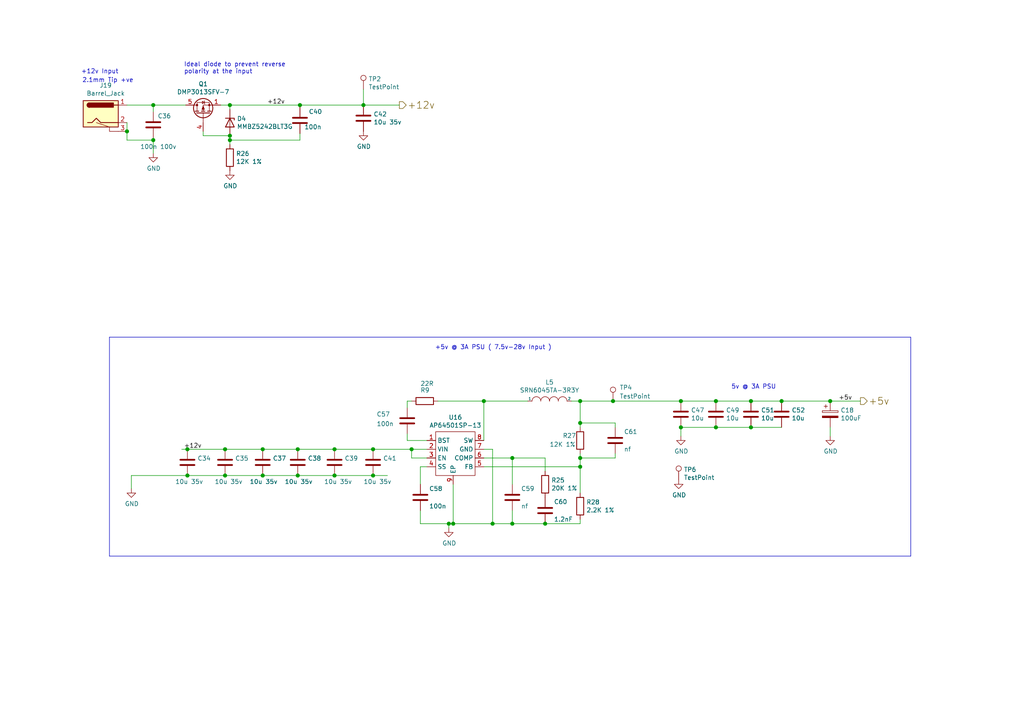
<source format=kicad_sch>
(kicad_sch (version 20231120) (generator "eeschema") (generator_version "8.0")
  (paper "A4")
  (title_block (title "Compute Module 4 IO Board - PSUs") (company "© 2020-2022 Raspberry Pi Ltd (formerly Raspberry Pi (Trading) Ltd.)") (comment 1 "www.raspberrypi.com"))
  (lib_symbols
    (symbol "CM4IO:AP64351"
      (property "Reference" "U" (at 0 8.89 0))
      (property "Value" "AP64351" (at 1.27 6.35 0))
      (symbol "AP64351_0_1"
        (rectangle (start -5.08 5.08) (end 6.35 -7.62))
      )
      (symbol "AP64351_1_1"
        (pin passive line (at -7.62 2.54 0) (length 2.54) (name "BST") (number "1"))
        (pin power_in line (at -7.62 0 0) (length 2.54) (name "VIN") (number "2"))
        (pin input line (at -7.62 -2.54 0) (length 2.54) (name "EN") (number "3"))
        (pin input line (at -7.62 -5.08 0) (length 2.54) (name "SS") (number "4"))
        (pin input line (at 8.89 -5.08 180) (length 2.54) (name "FB") (number "5"))
        (pin input line (at 8.89 -2.54 180) (length 2.54) (name "COMP") (number "6"))
        (pin power_in line (at 8.89 0 180) (length 2.54) (name "GND") (number "7"))
        (pin output line (at 8.89 2.54 180) (length 2.54) (name "SW") (number "8"))
        (pin passive line (at 0 -10.16 90) (length 2.54) (name "EP") (number "9"))
      )
    )
    (symbol "CM4IO:Barrel_Jack"
      (property "Reference" "J" (at 0 5.334 0))
      (property "Value" "Barrel_Jack" (at 0 -5.08 0))
      (symbol "Barrel_Jack_0_1"
        (rectangle (start -5.08 3.81) (end 5.08 -3.81) (stroke (width 0.254)) (fill (type background)))
        (arc (start -3.302 3.175) (mid -3.9342 2.54) (end -3.302 1.905) (stroke (width 0.254)))
        (arc (start -3.302 3.175) (mid -3.9342 2.54) (end -3.302 1.905) (stroke (width 0.254)) (fill (type outline)))
        (polyline (pts (xy 5.08 2.54) (xy 3.81 2.54)) (stroke (width 0.254)))
        (polyline (pts (xy 5.08 -5.08) (xy 2.54 -5.08) (xy 2.54 -3.81) (xy -1.27 -2.54)))
        (polyline (pts (xy -3.81 -2.54) (xy -2.54 -2.54) (xy -1.27 -1.27) (xy 0 -2.54) (xy 2.54 -2.54) (xy 5.08 -2.54)) (stroke (width 0.254)))
        (rectangle (start 3.683 3.175) (end -3.302 1.905) (stroke (width 0.254)) (fill (type outline)))
      )
      (symbol "Barrel_Jack_1_1"
        (pin passive line (at 7.62 2.54 180) (length 2.54) (name "~") (number "1"))
        (pin passive line (at 7.62 -2.54 180) (length 2.54) (name "~") (number "2"))
        (pin passive line (at 7.62 -5.08 180) (length 2.54) (name "~") (number "3"))
      )
    )
    (symbol "Connector:TestPoint" (pin_numbers hide) (pin_names (offset 0.762) hide)
      (property "Reference" "TP" (at 0 6.858 0))
      (property "Value" "TestPoint" (at 0 5.08 0))
      (symbol "TestPoint_0_1"
        (circle (center 0 3.302) (radius 0.762))
      )
      (symbol "TestPoint_1_1"
        (pin passive line (at 0 0 90) (length 2.54) (name "1") (number "1"))
      )
    )
    (symbol "Device:C" (pin_numbers hide) (pin_names (offset 0.254))
      (property "Reference" "C" (at 0.635 2.54 0))
      (property "Value" "C" (at 0.635 -2.54 0))
      (symbol "C_0_1"
        (polyline (pts (xy -2.032 -0.762) (xy 2.032 -0.762)) (stroke (width 0.508)))
        (polyline (pts (xy -2.032 0.762) (xy 2.032 0.762)) (stroke (width 0.508)))
      )
      (symbol "C_1_1"
        (pin passive line (at 0 3.81 270) (length 2.794) (name "~") (number "1"))
        (pin passive line (at 0 -3.81 90) (length 2.794) (name "~") (number "2"))
      )
    )
    (symbol "Device:CP" (pin_numbers hide) (pin_names (offset 0.254))
      (property "Reference" "C" (at 0.635 2.54 0))
      (property "Value" "CP" (at 0.635 -2.54 0))
      (symbol "CP_0_1"
        (rectangle (start -2.286 0.508) (end 2.286 1.016))
        (polyline (pts (xy -1.778 2.286) (xy -0.762 2.286)))
        (polyline (pts (xy -1.27 2.794) (xy -1.27 1.778)))
        (rectangle (start 2.286 -0.508) (end -2.286 -1.016) (fill (type outline)))
      )
      (symbol "CP_1_1"
        (pin passive line (at 0 3.81 270) (length 2.794) (name "~") (number "1"))
        (pin passive line (at 0 -3.81 90) (length 2.794) (name "~") (number "2"))
      )
    )
    (symbol "Device:R" (pin_numbers hide) (pin_names (offset 0))
      (property "Reference" "R" (at 2.032 0 90))
      (property "Value" "R" (at 0 0 90))
      (symbol "R_0_1"
        (rectangle (start -1.016 -2.54) (end 1.016 2.54) (stroke (width 0.254)))
      )
      (symbol "R_1_1"
        (pin passive line (at 0 3.81 270) (length 1.27) (name "~") (number "1"))
        (pin passive line (at 0 -3.81 90) (length 1.27) (name "~") (number "2"))
      )
    )
    (symbol "Diode:BZX84Cxx" (pin_numbers hide) (pin_names hide)
      (property "Reference" "D" (at 0 2.54 0))
      (property "Value" "BZX84Cxx" (at 0 -2.54 0))
      (symbol "BZX84Cxx_0_1"
        (polyline (pts (xy 1.27 0) (xy -1.27 0)))
        (polyline (pts (xy -1.27 -1.27) (xy -1.27 1.27) (xy -0.762 1.27)) (stroke (width 0.254)))
        (polyline (pts (xy 1.27 -1.27) (xy 1.27 1.27) (xy -1.27 0) (xy 1.27 -1.27)) (stroke (width 0.254)))
      )
      (symbol "BZX84Cxx_1_1"
        (pin passive line (at -3.81 0 0) (length 2.54) (name "K") (number "1"))
        (pin passive line (at 3.81 0 180) (length 2.54) (name "A") (number "2"))
      )
    )
    (symbol "Transistor_FET:DMP3013SFV" (pin_names hide)
      (property "Reference" "Q" (at 5.08 1.905 0))
      (property "Value" "DMP3013SFV" (at 5.08 0 0))
      (symbol "DMP3013SFV_0_1"
        (polyline (pts (xy 0.254 0) (xy -2.54 0)))
        (polyline (pts (xy 0.254 1.905) (xy 0.254 -1.905)) (stroke (width 0.254)))
        (polyline (pts (xy 0.762 -1.27) (xy 0.762 -2.286)) (stroke (width 0.254)))
        (polyline (pts (xy 0.762 0.508) (xy 0.762 -0.508)) (stroke (width 0.254)))
        (polyline (pts (xy 0.762 2.286) (xy 0.762 1.27)) (stroke (width 0.254)))
        (polyline (pts (xy 2.54 2.54) (xy 2.54 1.778)))
        (polyline (pts (xy 2.54 -2.54) (xy 2.54 0) (xy 0.762 0)))
        (polyline (pts (xy 0.762 1.778) (xy 3.302 1.778) (xy 3.302 -1.778) (xy 0.762 -1.778)))
        (polyline (pts (xy 2.286 0) (xy 1.27 0.381) (xy 1.27 -0.381) (xy 2.286 0)) (fill (type outline)))
        (polyline (pts (xy 2.794 -0.508) (xy 2.921 -0.381) (xy 3.683 -0.381) (xy 3.81 -0.254)))
        (polyline (pts (xy 3.302 -0.381) (xy 2.921 0.254) (xy 3.683 0.254) (xy 3.302 -0.381)))
        (circle (center 1.651 0) (radius 2.794) (stroke (width 0.254)))
        (circle (center 2.54 -1.778) (radius 0.254) (fill (type outline)))
        (circle (center 2.54 1.778) (radius 0.254) (fill (type outline)))
      )
      (symbol "DMP3013SFV_1_1"
        (pin passive line (at 2.54 -5.08 90) (length 2.54) (name "S") (number "1"))
        (pin passive line (at 2.54 -5.08 90) (length 2.54) hide (name "S") (number "2"))
        (pin passive line (at 2.54 -5.08 90) (length 2.54) hide (name "S") (number "3"))
        (pin passive line (at -5.08 0 0) (length 2.54) (name "G") (number "4"))
        (pin passive line (at 2.54 5.08 270) (length 2.54) (name "D") (number "5"))
      )
    )
    (symbol "power:GND" (power) (pin_names (offset 0))
      (property "Value" "GND" (at 0 -3.81 0))
      (symbol "GND_0_1"
        (polyline (pts (xy 0 0) (xy 0 -1.27) (xy 1.27 -1.27) (xy 0 -2.54) (xy -1.27 -1.27) (xy 0 -1.27)))
      )
      (symbol "GND_1_1"
        (pin power_in line (at 0 0 270) (length 0) hide (name "GND") (number "1"))
      )
    )
    (symbol "pspice:INDUCTOR" (pin_numbers hide) (pin_names (offset 0))
      (property "Reference" "L" (at 0 2.54 0))
      (property "Value" "INDUCTOR" (at 0 -1.27 0))
      (symbol "INDUCTOR_0_1"
        (arc (start -2.54 0) (mid -3.81 1.2645) (end -5.08 0))
        (arc (start 0 0) (mid -1.27 1.2645) (end -2.54 0))
        (arc (start 2.54 0) (mid 1.27 1.2645) (end 0 0))
        (arc (start 5.08 0) (mid 3.81 1.2645) (end 2.54 0))
      )
      (symbol "INDUCTOR_1_1"
        (pin input line (at -6.35 0 0) (length 1.27) (name "1") (number "1"))
        (pin input line (at 6.35 0 180) (length 1.27) (name "2") (number "2"))
      )
    )
  )
  (junction (at 76.2 130.302) (diameter 1.016))
  (junction (at 108.204 130.302) (diameter 1.016))
  (junction (at 140.335 116.332) (diameter 1.016))
  (junction (at 226.695 116.332) (diameter 1.016))
  (junction (at 142.875 151.892) (diameter 1.016))
  (junction (at 131.445 151.892) (diameter 1.016))
  (junction (at 86.995 30.48) (diameter 1.016))
  (junction (at 207.645 123.952) (diameter 1.016))
  (junction (at 76.2 137.922) (diameter 1.016))
  (junction (at 66.675 39.37) (diameter 1.016))
  (junction (at 105.41 30.48) (diameter 1.016))
  (junction (at 240.792 116.332) (diameter 1.016))
  (junction (at 36.83 38.1) (diameter 1.016))
  (junction (at 207.645 116.332) (diameter 1.016))
  (junction (at 66.675 30.48) (diameter 1.016))
  (junction (at 168.275 135.382) (diameter 1.016))
  (junction (at 97.028 130.302) (diameter 1.016))
  (junction (at 97.028 137.922) (diameter 1.016))
  (junction (at 108.204 137.922) (diameter 1.016))
  (junction (at 54.356 130.302) (diameter 1.016))
  (junction (at 168.275 116.332) (diameter 1.016))
  (junction (at 168.275 122.682) (diameter 1.016))
  (junction (at 158.115 151.892) (diameter 1.016))
  (junction (at 148.59 151.892) (diameter 1.016))
  (junction (at 197.485 116.332) (diameter 1.016))
  (junction (at 130.175 151.892) (diameter 1.016))
  (junction (at 177.8 116.332) (diameter 1.016))
  (junction (at 148.59 132.842) (diameter 1.016))
  (junction (at 217.805 116.332) (diameter 1.016))
  (junction (at 119.38 130.302) (diameter 1.016))
  (junction (at 44.45 30.48) (diameter 1.016))
  (junction (at 65.278 130.302) (diameter 1.016))
  (junction (at 86.36 137.922) (diameter 1.016))
  (junction (at 54.356 137.922) (diameter 1.016))
  (junction (at 65.278 137.922) (diameter 1.016))
  (junction (at 66.675 40.64) (diameter 1.016))
  (junction (at 86.36 130.302) (diameter 1.016))
  (junction (at 197.485 123.952) (diameter 1.016))
  (junction (at 217.805 123.952) (diameter 1.016))
  (junction (at 168.275 132.842) (diameter 1.016))
  (junction (at 44.45 40.64) (diameter 1.016))
  (polyline (pts (xy 264.16 161.29) (xy 31.75 161.29)) (stroke (width 0) (type solid)))
  (wire (pts (xy 108.204 130.302) (xy 119.38 130.302)))
  (wire (pts (xy 148.59 151.892) (xy 158.115 151.892)))
  (polyline (pts (xy 31.75 97.79) (xy 264.16 97.79)) (stroke (width 0) (type solid)))
  (wire (pts (xy 142.875 151.892) (xy 148.59 151.892)))
  (wire (pts (xy 131.445 140.462) (xy 131.445 151.892)))
  (wire (pts (xy 118.11 116.332) (xy 119.38 116.332)))
  (polyline (pts (xy 264.16 97.79) (xy 264.16 161.29)) (stroke (width 0) (type solid)))
  (wire (pts (xy 118.11 127.762) (xy 123.825 127.762)))
  (wire (pts (xy 66.675 30.48) (xy 86.995 30.48)))
  (wire (pts (xy 226.695 123.952) (xy 217.805 123.952)))
  (wire (pts (xy 158.115 151.892) (xy 168.275 151.892)))
  (wire (pts (xy 76.2 137.922) (xy 86.36 137.922)))
  (wire (pts (xy 97.028 137.922) (xy 108.204 137.922)))
  (wire (pts (xy 197.485 116.332) (xy 207.645 116.332)))
  (wire (pts (xy 148.59 148.082) (xy 148.59 151.892)))
  (wire (pts (xy 197.485 123.952) (xy 197.485 126.492)))
  (wire (pts (xy 140.335 135.382) (xy 168.275 135.382)))
  (wire (pts (xy 36.83 40.64) (xy 44.45 40.64)))
  (wire (pts (xy 65.278 137.922) (xy 76.2 137.922)))
  (wire (pts (xy 118.11 125.857) (xy 118.11 127.762)))
  (wire (pts (xy 119.38 130.302) (xy 123.825 130.302)))
  (wire (pts (xy 165.735 116.332) (xy 168.275 116.332)))
  (wire (pts (xy 105.41 30.48) (xy 115.824 30.48)))
  (wire (pts (xy 86.36 130.302) (xy 97.028 130.302)))
  (wire (pts (xy 86.995 30.48) (xy 105.41 30.48)))
  (wire (pts (xy 168.275 122.682) (xy 178.435 122.682)))
  (wire (pts (xy 142.875 130.302) (xy 142.875 151.892)))
  (wire (pts (xy 217.805 116.332) (xy 226.695 116.332)))
  (wire (pts (xy 240.792 116.332) (xy 249.555 116.332)))
  (wire (pts (xy 118.11 118.237) (xy 118.11 116.332)))
  (wire (pts (xy 105.41 25.908) (xy 105.41 30.48)))
  (wire (pts (xy 65.278 130.302) (xy 76.2 130.302)))
  (wire (pts (xy 140.335 130.302) (xy 142.875 130.302)))
  (wire (pts (xy 158.115 136.652) (xy 158.115 132.842)))
  (wire (pts (xy 119.38 132.842) (xy 123.825 132.842)))
  (wire (pts (xy 168.275 132.842) (xy 178.435 132.842)))
  (wire (pts (xy 66.675 40.64) (xy 86.995 40.64)))
  (wire (pts (xy 121.92 151.892) (xy 130.175 151.892)))
  (wire (pts (xy 168.275 151.892) (xy 168.275 150.622)))
  (wire (pts (xy 66.675 39.37) (xy 66.675 40.64)))
  (wire (pts (xy 168.275 135.382) (xy 168.275 143.002)))
  (wire (pts (xy 168.275 116.332) (xy 177.8 116.332)))
  (wire (pts (xy 58.928 38.1) (xy 58.928 39.37)))
  (wire (pts (xy 131.445 151.892) (xy 142.875 151.892)))
  (wire (pts (xy 177.8 116.332) (xy 197.485 116.332)))
  (wire (pts (xy 44.45 30.48) (xy 53.848 30.48)))
  (wire (pts (xy 97.028 130.302) (xy 108.204 130.302)))
  (wire (pts (xy 64.008 30.48) (xy 66.675 30.48)))
  (wire (pts (xy 119.38 130.302) (xy 119.38 132.842)))
  (wire (pts (xy 168.275 131.572) (xy 168.275 132.842)))
  (wire (pts (xy 86.995 40.64) (xy 86.995 38.735)))
  (wire (pts (xy 140.335 116.332) (xy 153.035 116.332)))
  (wire (pts (xy 217.805 123.952) (xy 207.645 123.952)))
  (wire (pts (xy 207.645 123.952) (xy 197.485 123.952)))
  (wire (pts (xy 36.83 38.1) (xy 36.83 35.56)))
  (wire (pts (xy 86.36 137.922) (xy 97.028 137.922)))
  (wire (pts (xy 52.705 130.302) (xy 54.356 130.302)))
  (wire (pts (xy 76.2 130.302) (xy 86.36 130.302)))
  (wire (pts (xy 127 116.332) (xy 140.335 116.332)))
  (wire (pts (xy 54.356 130.302) (xy 65.278 130.302)))
  (wire (pts (xy 140.335 132.842) (xy 148.59 132.842)))
  (wire (pts (xy 86.995 30.48) (xy 86.995 31.115)))
  (wire (pts (xy 44.45 40.64) (xy 44.45 44.45)))
  (wire (pts (xy 66.675 30.48) (xy 66.675 31.75)))
  (wire (pts (xy 36.83 30.48) (xy 44.45 30.48)))
  (wire (pts (xy 38.1 137.922) (xy 54.356 137.922)))
  (wire (pts (xy 44.45 40.005) (xy 44.45 40.64)))
  (wire (pts (xy 66.675 40.64) (xy 66.675 41.91)))
  (wire (pts (xy 168.275 122.682) (xy 168.275 123.952)))
  (wire (pts (xy 121.92 148.082) (xy 121.92 151.892)))
  (wire (pts (xy 178.435 132.842) (xy 178.435 131.572)))
  (wire (pts (xy 130.175 153.162) (xy 130.175 151.892)))
  (wire (pts (xy 38.1 137.922) (xy 38.1 141.732)))
  (wire (pts (xy 123.825 135.382) (xy 121.92 135.382)))
  (polyline (pts (xy 31.75 97.79) (xy 31.75 161.29)) (stroke (width 0) (type solid)))
  (wire (pts (xy 58.928 39.37) (xy 66.675 39.37)))
  (wire (pts (xy 54.356 137.922) (xy 65.278 137.922)))
  (wire (pts (xy 36.83 40.64) (xy 36.83 38.1)))
  (wire (pts (xy 44.45 30.48) (xy 44.45 32.385)))
  (wire (pts (xy 168.275 132.842) (xy 168.275 135.382)))
  (wire (pts (xy 226.695 116.332) (xy 240.792 116.332)))
  (wire (pts (xy 108.204 137.922) (xy 112.395 137.922)))
  (wire (pts (xy 121.92 135.382) (xy 121.92 140.462)))
  (wire (pts (xy 148.59 132.842) (xy 148.59 140.462)))
  (wire (pts (xy 240.792 123.952) (xy 240.792 126.492)))
  (wire (pts (xy 140.335 116.332) (xy 140.335 127.762)))
  (wire (pts (xy 168.275 116.332) (xy 168.275 122.682)))
  (wire (pts (xy 130.175 151.892) (xy 131.445 151.892)))
  (wire (pts (xy 178.435 122.682) (xy 178.435 123.952)))
  (wire (pts (xy 207.645 116.332) (xy 217.805 116.332)))
  (wire (pts (xy 148.59 132.842) (xy 158.115 132.842)))
  (text "+12v Input" (at 23.495 21.59 0) (effects (font (size 1.27 1.27)) (justify left bottom)))
  (text "5v @ 3A PSU\n" (at 212.09 113.03 0) (effects (font (size 1.27 1.27)) (justify left bottom)))
  (text "2.1mm Tip +ve" (at 38.735 24.13 0) (effects (font (size 1.27 1.27)) (justify right bottom)))
  (text "Ideal diode to prevent reverse\npolarity at the input" (at 53.34 21.59 0) (effects (font (size 1.27 1.27)) (justify left bottom)))
  (text "+5v @ 3A PSU ( 7.5v-28v Input )" (at 160.02 101.6 0) (effects (font (size 1.27 1.27)) (justify right bottom)))
  (label "+5v" (at 243.205 116.332 0))
  (label "+12v" (at 77.47 30.48 0))
  (label "+12v" (at 53.34 130.302 0))
  (hierarchical_label "+12v" (shape output) (at 115.824 30.48 0) (effects (font (size 2.0066 2.0066))))
  (hierarchical_label "+5v" (shape output) (at 249.555 116.332 0) (effects (font (size 2.0066 2.0066))))
  (symbol (lib_id "power:GND") (at 105.41 38.1 0) (unit 1)
    (property "Reference" "#PWR043" (effects (hide yes)))
    (property "Value" "GND" (at 105.537 42.4942 0))
  )
  (symbol (lib_id "power:GND") (at 44.45 44.45 0) (unit 1)
    (property "Reference" "#PWR041" (effects (hide yes)))
    (property "Value" "GND" (at 44.577 48.8442 0))
  )
  (symbol (lib_id "Device:C") (at 197.485 120.142 0) (unit 1)
    (property "Reference" "C47" (at 200.406 118.9736 0) (effects (justify left)))
    (property "Value" "10u" (at 200.406 121.285 0) (effects (justify left)))
    (property "Footprint" "Capacitor_SMD:C_0805_2012Metric" (effects (hide yes)))
    (property "Datasheet" "https://search.murata.co.jp/Ceramy/image/img/A01X/G101/ENG/GRM21BR71A106KA73-01.pdf" (effects (hide yes)))
    (property "Field5" "490-14381-1-ND" (effects (hide yes)))
    (property "Field4" "Digikey" (effects (hide yes)))
    (property "Field6" "GRM21BR71A106KA73L" (effects (hide yes)))
    (property "Field7" "Murata" (effects (hide yes)))
    (property "Part Description" "	10uF 10% 10V Ceramic Capacitor X7R 0805 (2012 Metric)" (effects (hide yes)))
    (property "Field8" "111893011" (effects (hide yes)))
    (property "Digikey" "490-6473-1-ND" (effects (hide yes)))
  )
  (symbol (lib_id "Device:C") (at 207.645 120.142 0) (unit 1)
    (property "Reference" "C49" (at 210.566 118.9736 0) (effects (justify left)))
    (property "Value" "10u" (at 210.566 121.285 0) (effects (justify left)))
    (property "Footprint" "Capacitor_SMD:C_0805_2012Metric" (effects (hide yes)))
    (property "Datasheet" "https://search.murata.co.jp/Ceramy/image/img/A01X/G101/ENG/GRM21BR71A106KA73-01.pdf" (effects (hide yes)))
    (property "Field5" "490-14381-1-ND" (effects (hide yes)))
    (property "Field4" "Digikey" (effects (hide yes)))
    (property "Field6" "GRM21BR71A106KA73L" (effects (hide yes)))
    (property "Field7" "Murata" (effects (hide yes)))
    (property "Part Description" "	10uF 10% 10V Ceramic Capacitor X7R 0805 (2012 Metric)" (effects (hide yes)))
    (property "Field8" "111893011" (effects (hide yes)))
    (property "Digikey" "490-6473-1-ND" (effects (hide yes)))
  )
  (symbol (lib_id "Device:C") (at 217.805 120.142 0) (unit 1)
    (property "Reference" "C51" (at 220.726 118.9736 0) (effects (justify left)))
    (property "Value" "10u" (at 220.726 121.285 0) (effects (justify left)))
    (property "Footprint" "Capacitor_SMD:C_0805_2012Metric" (effects (hide yes)))
    (property "Datasheet" "https://search.murata.co.jp/Ceramy/image/img/A01X/G101/ENG/GRM21BR71A106KA73-01.pdf" (effects (hide yes)))
    (property "Field5" "490-14381-1-ND" (effects (hide yes)))
    (property "Field4" "Digikey" (effects (hide yes)))
    (property "Field6" "GRM21BR71A106KA73L" (effects (hide yes)))
    (property "Field7" "Murata" (effects (hide yes)))
    (property "Part Description" "	10uF 10% 10V Ceramic Capacitor X7R 0805 (2012 Metric)" (effects (hide yes)))
    (property "Field8" "111893011" (effects (hide yes)))
    (property "Digikey" "490-6473-1-ND" (effects (hide yes)))
  )
  (symbol (lib_id "Device:C") (at 226.695 120.142 0) (unit 1)
    (property "Reference" "C52" (at 229.616 118.9736 0) (effects (justify left)))
    (property "Value" "10u" (at 229.616 121.285 0) (effects (justify left)))
    (property "Footprint" "Capacitor_SMD:C_0805_2012Metric" (effects (hide yes)))
    (property "Datasheet" "https://search.murata.co.jp/Ceramy/image/img/A01X/G101/ENG/GRM21BR71A106KA73-01.pdf" (effects (hide yes)))
    (property "Field5" "490-14381-1-ND" (effects (hide yes)))
    (property "Field4" "Digikey" (effects (hide yes)))
    (property "Field6" "GRM21BR71A106KA73L" (effects (hide yes)))
    (property "Field7" "Murata" (effects (hide yes)))
    (property "Part Description" "	10uF 10% 10V Ceramic Capacitor X7R 0805 (2012 Metric)" (effects (hide yes)))
    (property "Field8" "111893011" (effects (hide yes)))
    (property "Digikey" "490-6473-1-ND" (effects (hide yes)))
  )
  (symbol (lib_id "Device:C") (at 44.45 36.195 0) (unit 1)
    (property "Reference" "C36" (at 45.72 33.655 0) (effects (justify left)))
    (property "Value" "100n 100v" (at 40.64 42.545 0) (effects (justify left)))
    (property "Footprint" "Capacitor_SMD:C_0402_1005Metric" (effects (hide yes)))
    (property "Datasheet" "https://psearch.en.murata.com/capacitor/product/GRM155R62A104KE14%23.pdf" (effects (hide yes)))
    (property "Field4" "Farnell" (effects (hide yes)))
    (property "Field5" "2611907" (effects (hide yes)))
    (property "Field6" "GRM155R62A104KE14D" (effects (hide yes)))
    (property "Field7" "Murata" (effects (hide yes)))
    (property "Part Description" "	0.1uF 10% 100V Ceramic Capacitor X5R 0402 (1005 Metric)" (effects (hide yes)))
    (property "Digikey" "490-10458-1-ND" (effects (hide yes)))
  )
  (symbol (lib_id "power:GND") (at 66.675 49.53 0) (unit 1)
    (property "Reference" "#PWR042" (effects (hide yes)))
    (property "Value" "GND" (at 66.802 53.9242 0))
  )
  (symbol (lib_id "CM4IO:Barrel_Jack") (at 29.21 33.02 0) (unit 1)
    (property "Reference" "J19" (at 30.6578 24.765 0))
    (property "Value" "Barrel_Jack" (at 30.6578 27.0764 0))
    (property "Footprint" "CM4IO:BarrelJack_Horizontal" (effects (hide yes)))
    (property "Datasheet" "https://www.toby.co.uk/uploads/publications/842.pdf" (effects (hide yes)))
    (property "Field4" "Toby" (effects (hide yes)))
    (property "Field5" "DC-001-A-2.1mm-R" (effects (hide yes)))
    (property "Part Description" "DC Power Connectors PCB 2.1MM" (effects (hide yes)))
    (property "Field6" "DC-001-A-2.1mm-R" (effects (hide yes)))
    (property "Field7" "Valcon" (effects (hide yes)))
    (property "Digikey" "CP-102AH-ND" (effects (hide yes)))
  )
  (symbol (lib_id "Diode:BZX84Cxx") (at 66.675 35.56 270) (unit 1)
    (property "Reference" "D4" (at 68.707 34.417 90) (effects (justify left)))
    (property "Value" "MMBZ5242BLT3G" (at 68.707 36.703 90) (effects (justify left)))
    (property "Footprint" "Diode_SMD:D_SOT-23_ANK" (effects (hide yes)))
    (property "Datasheet" "https://diotec.com/tl_files/diotec/files/pdf/datasheets/bzx84c2v4.pdf" (effects (hide yes)))
    (property "Field4" "Digikey" (effects (hide yes)))
    (property "Field5" "	MMBZ5242BLT3GOSCT-ND" (effects (hide yes)))
    (property "Field6" "MMBZ5242BLT3G" (effects (hide yes)))
    (property "Field7" "Onsemi" (effects (hide yes)))
    (property "Part Description" "	Zener Diode 12V 225mW 5% Surface Mount SOT-23-3 (TO-236)" (effects (hide yes)))
    (property "Digikey" "MMBZ5242BLT3GOSCT-ND" (effects (hide yes)))
  )
  (symbol (lib_id "Device:R") (at 66.675 45.72 0) (unit 1)
    (property "Reference" "R26" (at 68.453 44.5516 0) (effects (justify left)))
    (property "Value" "12K 1%" (at 68.453 46.863 0) (effects (justify left)))
    (property "Footprint" "Resistor_SMD:R_0402_1005Metric" (effects (hide yes)))
    (property "Datasheet" "https://fscdn.rohm.com/en/products/databook/datasheet/passive/resistor/chip_resistor/mcr-e.pdf" (effects (hide yes)))
    (property "Field4" "Farnell" (effects (hide yes)))
    (property "Field5" "9239367" (effects (hide yes)))
    (property "Field7" "Rohm" (effects (hide yes)))
    (property "Field6" "MCR01MZPF1202" (effects (hide yes)))
    (property "Part Description" "Resistor 12K M1005 1% 63mW" (effects (hide yes)))
    (property "Digikey" "13-RC0402FR-1312KLCT-ND" (effects (hide yes)))
  )
  (symbol (lib_id "Device:C") (at 86.995 34.925 0) (unit 1)
    (property "Reference" "C40" (at 89.535 32.385 0) (effects (justify left)))
    (property "Value" "100n" (at 88.265 36.83 0) (effects (justify left)))
    (property "Footprint" "Capacitor_SMD:C_0402_1005Metric" (effects (hide yes)))
    (property "Datasheet" "https://search.murata.co.jp/Ceramy/image/img/A01X/G101/ENG/GRM155R71C104KA88-01.pdf" (effects (hide yes)))
    (property "Field4" "Farnell" (effects (hide yes)))
    (property "Field5" "2611911" (effects (hide yes)))
    (property "Field6" "RM EMK105 B7104KV-F" (effects (hide yes)))
    (property "Field7" "TAIYO YUDEN EUROPE GMBH" (effects (hide yes)))
    (property "Part Description" "	0.1uF 10% 16V Ceramic Capacitor X7R 0402 (1005 Metric)" (effects (hide yes)))
    (property "Field8" "110091611" (effects (hide yes)))
    (property "Digikey" "490-6328-1-ND" (effects (hide yes)))
  )
  (symbol (lib_id "power:GND") (at 197.485 126.492 0) (unit 1)
    (property "Reference" "#PWR0118" (effects (hide yes)))
    (property "Value" "GND" (at 197.612 130.8862 0))
  )
  (symbol (lib_id "Device:C") (at 118.11 122.047 0) (unit 1)
    (property "Reference" "C57" (at 109.22 120.142 0) (effects (justify left)))
    (property "Value" "100n" (at 109.22 122.936 0) (effects (justify left)))
    (property "Footprint" "Capacitor_SMD:C_0402_1005Metric" (effects (hide yes)))
    (property "Datasheet" "https://search.murata.co.jp/Ceramy/image/img/A01X/G101/ENG/GRM155R71C104KA88-01.pdf" (effects (hide yes)))
    (property "Field4" "Farnell" (effects (hide yes)))
    (property "Field5" "2611911" (effects (hide yes)))
    (property "Field6" "RM EMK105 B7104KV-F" (effects (hide yes)))
    (property "Field7" "TAIYO YUDEN EUROPE GMBH" (effects (hide yes)))
    (property "Part Description" "	0.1uF 10% 16V Ceramic Capacitor X7R 0402 (1005 Metric)" (effects (hide yes)))
    (property "Field8" "110091611" (effects (hide yes)))
    (property "Digikey" "490-6328-1-ND" (effects (hide yes)))
  )
  (symbol (lib_id "Device:R") (at 123.19 116.332 270) (unit 1)
    (property "Reference" "R9" (at 121.92 113.157 90) (effects (justify left)))
    (property "Value" "22R" (at 121.92 111.252 90) (effects (justify left)))
    (property "Footprint" "Resistor_SMD:R_0402_1005Metric" (effects (hide yes)))
    (property "Datasheet" "https://fscdn.rohm.com/en/products/databook/datasheet/passive/resistor/chip_resistor/mcr-e.pdf" (effects (hide yes)))
    (property "Field4" "Farnell" (effects (hide yes)))
    (property "Field5" "9238999" (effects (hide yes)))
    (property "Field7" "Yageo" (effects (hide yes)))
    (property "Field6" "RC0402FR-0710RL" (effects (hide yes)))
    (property "Field8" "URES00256" (effects (hide yes)))
    (property "Part Description" "Resistor 10R M1005 1% 63mW" (effects (hide yes)))
    (property "Digikey" "P22.0LCT-ND" (effects (hide yes)))
  )
  (symbol (lib_id "Device:C") (at 178.435 127.762 0) (unit 1)
    (property "Reference" "C61" (at 180.975 125.222 0) (effects (justify left)))
    (property "Value" "nf" (at 180.975 130.302 0) (effects (justify left)))
    (property "Footprint" "Capacitor_SMD:C_0402_1005Metric" (effects (hide yes)))
    (property "Datasheet" "http://www.farnell.com/datasheets/2048267.pdf?_ga=2.222777691.1738794919.1588350964-1787849031.1568210898&_gac=1.250356018.1588350964.EAIaIQobChMIgrHHs4yT6QIVxevtCh39TA_nEAAYASAAEgK8PfD_BwE" (effects (hide yes)))
    (property "Field4" "Farnell" (effects (hide yes)))
    (property "Field5" "2666374" (effects (hide yes)))
    (property "Field6" "GRM1555C1H221JA01D" (effects (hide yes)))
    (property "Field7" "Murata" (effects (hide yes)))
    (property "Part Description" "220 pF, 50 V, 0402 [1005 Metric], ± 5%, C0G / NP0/CH, GCM Series" (effects (hide yes)))
    (property "Digikey" "NoPart" (effects (hide yes)))
  )
  (symbol (lib_id "Device:R") (at 168.275 127.762 0) (unit 1)
    (property "Reference" "R27" (at 163.195 126.365 0) (effects (justify left)))
    (property "Value" "12K 1%" (at 159.385 128.905 0) (effects (justify left)))
    (property "Footprint" "Resistor_SMD:R_0402_1005Metric" (effects (hide yes)))
    (property "Datasheet" "https://fscdn.rohm.com/en/products/databook/datasheet/passive/resistor/chip_resistor/mcr-e.pdf" (effects (hide yes)))
    (property "Field4" "Farnell" (effects (hide yes)))
    (property "Field5" "9239367" (effects (hide yes)))
    (property "Field7" "Rohm" (effects (hide yes)))
    (property "Field6" "MCR01MZPF1202" (effects (hide yes)))
    (property "Part Description" "Resistor 12K M1005 1% 63mW" (effects (hide yes)))
    (property "Digikey" "13-RC0402FR-1312KLCT-ND" (effects (hide yes)))
  )
  (symbol (lib_id "pspice:INDUCTOR") (at 159.385 116.332 0) (unit 1)
    (property "Reference" "L5" (at 159.385 110.871 0))
    (property "Value" "SRN6045TA-3R3Y" (at 159.385 113.1824 0))
    (property "Footprint" "Inductor_SMD:L_Bourns_SRN6045TA" (effects (hide yes)))
    (property "Datasheet" "https://www.bourns.com/docs/Product-Datasheets/SRN6045TA.pdf" (effects (hide yes)))
    (property "Field4" "Farnell" (effects (hide yes)))
    (property "Field5" "2616889" (effects (hide yes)))
    (property "Field6" "SRN6045TA-3R3Y" (effects (hide yes)))
    (property "Field7" "Bourns" (effects (hide yes)))
    (property "Part Description" "3.3µH Semi-Shielded Wirewound Inductor 7.8A 21mOhm Nonstandard" (effects (hide yes)))
    (property "Digikey" "SRN6045TA-1R0YCT-ND" (effects (hide yes)))
  )
  (symbol (lib_id "Device:C") (at 158.115 148.082 0) (unit 1)
    (property "Reference" "C60" (at 160.655 145.542 0) (effects (justify left)))
    (property "Value" "1.2nF" (at 160.655 150.622 0) (effects (justify left)))
    (property "Footprint" "Capacitor_SMD:C_0402_1005Metric" (effects (hide yes)))
    (property "Datasheet" "http://www.farnell.com/datasheets/2734135.pdf?_ga=2.259347658.1738794919.1588350964-1787849031.1568210898&_gac=1.15394434.1588350964.EAIaIQobChMIgrHHs4yT6QIVxevtCh39TA_nEAAYASAAEgK8PfD_BwE" (effects (hide yes)))
    (property "Field4" "Digikey" (effects (hide yes)))
    (property "Field5" "490-16429-1-ND" (effects (hide yes)))
    (property "Field6" "GCM155R71H122KA37D" (effects (hide yes)))
    (property "Field7" "Murata" (effects (hide yes)))
    (property "Part Description" "1200pF 10% 10V Ceramic Capacitor X5R 0402 (1005 Metric)" (effects (hide yes)))
    (property "Digikey" "311-1031-1-ND" (effects (hide yes)))
  )
  (symbol (lib_id "Device:C") (at 148.59 144.272 0) (unit 1)
    (property "Reference" "C59" (at 151.13 141.732 0) (effects (justify left)))
    (property "Value" "nf" (at 151.13 146.812 0) (effects (justify left)))
    (property "Footprint" "Capacitor_SMD:C_0402_1005Metric" (effects (hide yes)))
    (property "Digikey" "NoPart" (effects (hide yes)))
  )
  (symbol (lib_id "CM4IO:AP64351") (at 131.445 130.302 0) (unit 1)
    (property "Reference" "U16" (at 132.08 121.0564 0))
    (property "Value" "AP64501SP-13" (at 132.08 123.3678 0))
    (property "Footprint" "Package_SO:SOIC-8-1EP_3.9x4.9mm_P1.27mm_EP2.95x4.9mm_Mask2.71x3.4mm_ThermalVias" (effects (hide yes)))
    (property "Datasheet" "https://www.diodes.com/assets/Datasheets/AP64501.pdf" (effects (hide yes)))
    (property "Field4" "Digikey" (effects (hide yes)))
    (property "Field5" "31-AP64501SP-13CT-ND" (effects (hide yes)))
    (property "Field6" "AP64501SP-13" (effects (hide yes)))
    (property "Field7" "Diodes" (effects (hide yes)))
    (property "Part Description" "Buck Switching Regulator IC Positive Adjustable 0.8V 1 Output 5A 8-SOIC (0.154\", 3.90mm Width) Exposed Pad" (effects (hide yes)))
    (property "Digikey" "31-AP64501SP-13CT-ND" (effects (hide yes)))
  )
  (symbol (lib_id "Device:C") (at 121.92 144.272 0) (unit 1)
    (property "Reference" "C58" (at 124.46 141.732 0) (effects (justify left)))
    (property "Value" "100n" (at 124.46 146.812 0) (effects (justify left)))
    (property "Footprint" "Capacitor_SMD:C_0402_1005Metric" (effects (hide yes)))
    (property "Datasheet" "https://search.murata.co.jp/Ceramy/image/img/A01X/G101/ENG/GRM155R71C104KA88-01.pdf" (effects (hide yes)))
    (property "Field4" "Farnell" (effects (hide yes)))
    (property "Field5" "2611911" (effects (hide yes)))
    (property "Field6" "RM EMK105 B7104KV-F" (effects (hide yes)))
    (property "Field7" "TAIYO YUDEN EUROPE GMBH" (effects (hide yes)))
    (property "Part Description" "	0.1uF 10% 16V Ceramic Capacitor X7R 0402 (1005 Metric)" (effects (hide yes)))
    (property "Field8" "110091611" (effects (hide yes)))
    (property "Digikey" "490-6328-1-ND" (effects (hide yes)))
  )
  (symbol (lib_id "power:GND") (at 130.175 153.162 0) (unit 1)
    (property "Reference" "#PWR0119" (effects (hide yes)))
    (property "Value" "GND" (at 130.302 157.5562 0))
  )
  (symbol (lib_id "Device:R") (at 168.275 146.812 0) (unit 1)
    (property "Reference" "R28" (at 170.053 145.6436 0) (effects (justify left)))
    (property "Value" "2.2K 1%" (at 170.053 147.955 0) (effects (justify left)))
    (property "Footprint" "Resistor_SMD:R_0402_1005Metric" (effects (hide yes)))
    (property "Datasheet" "https://fscdn.rohm.com/en/products/databook/datasheet/passive/resistor/chip_resistor/mcr-e.pdf" (effects (hide yes)))
    (property "Field4" "Farnell" (effects (hide yes)))
    (property "Field5" "9239278" (effects (hide yes)))
    (property "Field6" "RK73G1ETQTP2201D         " (effects (hide yes)))
    (property "Field7" "KOA EUROPE GMBH" (effects (hide yes)))
    (property "Part Description" "Resistor 2.2K M1005 1% 63mW" (effects (hide yes)))
    (property "Field8" "120889581" (effects (hide yes)))
    (property "Digikey" "P2.20KLCT-ND" (effects (hide yes)))
  )
  (symbol (lib_id "Device:R") (at 158.115 140.462 0) (unit 1)
    (property "Reference" "R25" (at 159.893 139.2936 0) (effects (justify left)))
    (property "Value" "20K 1%" (at 159.893 141.605 0) (effects (justify left)))
    (property "Footprint" "Resistor_SMD:R_0402_1005Metric" (effects (hide yes)))
    (property "Datasheet" "https://fscdn.rohm.com/en/products/databook/datasheet/passive/resistor/chip_resistor/mcr-e.pdf" (effects (hide yes)))
    (property "Field4" "Farnell" (effects (hide yes)))
    (property "Field5" "2331485" (effects (hide yes)))
    (property "Field7" "KOA EUROPE GMBH" (effects (hide yes)))
    (property "Field6" "RK73H1ETTP2002F" (effects (hide yes)))
    (property "Part Description" "Resistor 20K M1005 1% 63mW" (effects (hide yes)))
    (property "Digikey" "P20.0KLCT-ND" (effects (hide yes)))
  )
  (symbol (lib_id "power:GND") (at 38.1 141.732 0) (unit 1)
    (property "Reference" "#PWR0120" (effects (hide yes)))
    (property "Value" "GND" (at 38.227 146.1262 0))
  )
  (symbol (lib_id "Connector:TestPoint") (at 105.41 25.908 0) (unit 1)
    (property "Reference" "TP2" (at 106.8832 22.9108 0) (effects (justify left)))
    (property "Value" "TestPoint" (at 106.8832 25.2222 0) (effects (justify left)))
    (property "Footprint" "TestPoint:TestPoint_Pad_2.0x2.0mm" (effects (hide yes)))
    (property "Field4" "nf" (effects (hide yes)))
    (property "Field5" "nf" (effects (hide yes)))
    (property "Field6" "nf" (effects (hide yes)))
    (property "Field7" "nf" (effects (hide yes)))
    (property "Digikey" "NoPart" (effects (hide yes)))
  )
  (symbol (lib_id "Connector:TestPoint") (at 196.85 139.192 0) (unit 1)
    (property "Reference" "TP6" (at 198.3232 136.1948 0) (effects (justify left)))
    (property "Value" "TestPoint" (at 198.3232 138.5062 0) (effects (justify left)))
    (property "Footprint" "TestPoint:TestPoint_Pad_2.0x2.0mm" (effects (hide yes)))
    (property "Field4" "nf" (effects (hide yes)))
    (property "Field5" "nf" (effects (hide yes)))
    (property "Field6" "nf" (effects (hide yes)))
    (property "Field7" "nf" (effects (hide yes)))
    (property "Digikey" "NoPart" (effects (hide yes)))
  )
  (symbol (lib_id "power:GND") (at 196.85 139.192 0) (unit 1)
    (property "Reference" "#PWR0122" (effects (hide yes)))
    (property "Value" "GND" (at 196.977 143.5862 0))
  )
  (symbol (lib_id "Transistor_FET:DMP3013SFV") (at 58.928 33.02 90) (unit 1)
    (property "Reference" "Q1" (at 58.928 24.3586 90))
    (property "Value" "DMP3013SFV-7" (at 58.928 26.67 90))
    (property "Footprint" "Package_SON:Diodes_PowerDI3333-8" (effects (hide yes)))
    (property "Datasheet" "https://www.diodes.com/assets/Datasheets/DMP3013SFV.pdf" (effects (hide yes)))
    (property "Field4" "Farnell" (effects (hide yes)))
    (property "Field5" "3405192" (effects (hide yes)))
    (property "Field6" "DMP3013SFV-7" (effects (hide yes)))
    (property "Field7" "Diodes" (effects (hide yes)))
    (property "Part Description" "DMP3013SFV-7 -  Power MOSFET, P Channel, 30 V, 12 A, 0.008 ohm, PowerDI3333, Surface Mount" (effects (hide yes)))
    (property "Digikey" "DMP3013SFV-7DICT-ND" (effects (hide yes)))
  )
  (symbol (lib_id "power:GND") (at 240.792 126.492 0) (unit 1)
    (property "Reference" "#PWR02" (effects (hide yes)))
    (property "Value" "GND" (at 240.919 130.8862 0))
  )
  (symbol (lib_id "Device:C") (at 108.204 134.112 0) (unit 1)
    (property "Reference" "C41" (at 111.125 132.9436 0) (effects (justify left)))
    (property "Value" "10u 35v" (at 105.41 139.7 0) (effects (justify left)))
    (property "Footprint" "Capacitor_SMD:C_0805_2012Metric" (effects (hide yes)))
    (property "Datasheet" "https://www.murata.com/en-global/products/productdetail.aspx?partno=GRM21BC8YA106ME11%23" (effects (hide yes)))
    (property "Field5" "490-10505-1-ND" (effects (hide yes)))
    (property "Field4" "Digikey" (effects (hide yes)))
    (property "Field6" "GRM21BC8YA106KE11L " (effects (hide yes)))
    (property "Field7" "Murata" (effects (hide yes)))
    (property "Part Description" "	10uF 10% or 20% 35V Ceramic Capacitor X6S 0805 (2012 Metric)" (effects (hide yes)))
    (property "Digikey" "490-18663-1-ND" (effects (hide yes)))
  )
  (symbol (lib_id "Device:C") (at 97.028 134.112 0) (unit 1)
    (property "Reference" "C39" (at 99.949 132.9436 0) (effects (justify left)))
    (property "Value" "10u 35v" (at 93.98 139.7 0) (effects (justify left)))
    (property "Footprint" "Capacitor_SMD:C_0805_2012Metric" (effects (hide yes)))
    (property "Datasheet" "https://www.murata.com/en-global/products/productdetail.aspx?partno=GRM21BC8YA106ME11%23" (effects (hide yes)))
    (property "Field5" "490-10505-1-ND" (effects (hide yes)))
    (property "Field4" "Digikey" (effects (hide yes)))
    (property "Field6" "GRM21BC8YA106KE11L " (effects (hide yes)))
    (property "Field7" "Murata" (effects (hide yes)))
    (property "Part Description" "	10uF 10% or 20% 35V Ceramic Capacitor X6S 0805 (2012 Metric)" (effects (hide yes)))
    (property "Digikey" "490-18663-1-ND" (effects (hide yes)))
  )
  (symbol (lib_id "Device:C") (at 86.36 134.112 0) (unit 1)
    (property "Reference" "C38" (at 89.281 132.9436 0) (effects (justify left)))
    (property "Value" "10u 35v" (at 82.55 139.7 0) (effects (justify left)))
    (property "Footprint" "Capacitor_SMD:C_0805_2012Metric" (effects (hide yes)))
    (property "Datasheet" "https://www.murata.com/en-global/products/productdetail.aspx?partno=GRM21BC8YA106ME11%23" (effects (hide yes)))
    (property "Field5" "490-10505-1-ND" (effects (hide yes)))
    (property "Field4" "Digikey" (effects (hide yes)))
    (property "Field6" "GRM21BC8YA106KE11L " (effects (hide yes)))
    (property "Field7" "Murata" (effects (hide yes)))
    (property "Part Description" "	10uF 10% or 20% 35V Ceramic Capacitor X6S 0805 (2012 Metric)" (effects (hide yes)))
    (property "Digikey" "490-18663-1-ND" (effects (hide yes)))
  )
  (symbol (lib_id "Device:C") (at 76.2 134.112 0) (unit 1)
    (property "Reference" "C37" (at 79.121 132.9436 0) (effects (justify left)))
    (property "Value" "10u 35v" (at 72.39 139.7 0) (effects (justify left)))
    (property "Footprint" "Capacitor_SMD:C_0805_2012Metric" (effects (hide yes)))
    (property "Datasheet" "https://www.murata.com/en-global/products/productdetail.aspx?partno=GRM21BC8YA106ME11%23" (effects (hide yes)))
    (property "Field5" "490-10505-1-ND" (effects (hide yes)))
    (property "Field4" "Digikey" (effects (hide yes)))
    (property "Field6" "GRM21BC8YA106KE11L " (effects (hide yes)))
    (property "Field7" "Murata" (effects (hide yes)))
    (property "Part Description" "	10uF 10% or 20% 35V Ceramic Capacitor X6S 0805 (2012 Metric)" (effects (hide yes)))
    (property "Digikey" "490-18663-1-ND" (effects (hide yes)))
  )
  (symbol (lib_id "Device:C") (at 65.278 134.112 0) (unit 1)
    (property "Reference" "C35" (at 68.199 132.9436 0) (effects (justify left)))
    (property "Value" "10u 35v" (at 62.23 139.7 0) (effects (justify left)))
    (property "Footprint" "Capacitor_SMD:C_0805_2012Metric" (effects (hide yes)))
    (property "Datasheet" "https://www.murata.com/en-global/products/productdetail.aspx?partno=GRM21BC8YA106ME11%23" (effects (hide yes)))
    (property "Field5" "490-10505-1-ND" (effects (hide yes)))
    (property "Field4" "Digikey" (effects (hide yes)))
    (property "Field6" "GRM21BC8YA106KE11L " (effects (hide yes)))
    (property "Field7" "Murata" (effects (hide yes)))
    (property "Part Description" "	10uF 10% or 20% 35V Ceramic Capacitor X6S 0805 (2012 Metric)" (effects (hide yes)))
    (property "Digikey" "490-18663-1-ND" (effects (hide yes)))
  )
  (symbol (lib_id "Device:C") (at 54.356 134.112 0) (unit 1)
    (property "Reference" "C34" (at 57.277 132.9436 0) (effects (justify left)))
    (property "Value" "10u 35v" (at 50.8 139.7 0) (effects (justify left)))
    (property "Footprint" "Capacitor_SMD:C_0805_2012Metric" (effects (hide yes)))
    (property "Datasheet" "https://www.murata.com/en-global/products/productdetail.aspx?partno=GRM21BC8YA106ME11%23" (effects (hide yes)))
    (property "Field5" "490-10505-1-ND" (effects (hide yes)))
    (property "Field4" "Digikey" (effects (hide yes)))
    (property "Field6" "GRM21BC8YA106KE11L " (effects (hide yes)))
    (property "Field7" "Murata" (effects (hide yes)))
    (property "Part Description" "	10uF 10% or 20% 35V Ceramic Capacitor X6S 0805 (2012 Metric)" (effects (hide yes)))
    (property "Digikey" "490-18663-1-ND" (effects (hide yes)))
  )
  (symbol (lib_id "Device:C") (at 105.41 34.29 0) (unit 1)
    (property "Reference" "C42" (at 108.331 33.1216 0) (effects (justify left)))
    (property "Value" "10u 35v" (at 108.331 35.433 0) (effects (justify left)))
    (property "Footprint" "Capacitor_SMD:C_0805_2012Metric" (effects (hide yes)))
    (property "Datasheet" "https://www.murata.com/en-global/products/productdetail.aspx?partno=GRM21BC8YA106ME11%23" (effects (hide yes)))
    (property "Field5" "490-10505-1-ND" (effects (hide yes)))
    (property "Field4" "Digikey" (effects (hide yes)))
    (property "Field6" "GRM21BC8YA106KE11L " (effects (hide yes)))
    (property "Field7" "Murata" (effects (hide yes)))
    (property "Part Description" "	10uF 10% or 20% 35V Ceramic Capacitor X6S 0805 (2012 Metric)" (effects (hide yes)))
    (property "Digikey" "490-18663-1-ND" (effects (hide yes)))
  )
  (symbol (lib_id "Device:CP") (at 240.792 120.142 0) (unit 1)
    (property "Reference" "C18" (at 243.7892 118.999 0) (effects (justify left)))
    (property "Value" "100uF" (at 243.7892 121.285 0) (effects (justify left)))
    (property "Footprint" "Capacitor_Tantalum_SMD:CP_EIA-7343-31_Kemet-D" (effects (hide yes)))
    (property "Field4" "Mouser" (effects (hide yes)))
    (property "Field5" "667-EEF-CX0J101R" (effects (hide yes)))
    (property "Part Description" "Capacitor, SP-Cap, 100u, 6.3V, 15mR ESR" (effects (hide yes)))
    (property "Digikey" "399-3769-1-ND" (effects (hide yes)))
  )
  (symbol (lib_id "Connector:TestPoint") (at 177.8 116.332 0) (unit 1)
    (property "Reference" "TP4" (at 179.705 112.395 0) (effects (justify left)))
    (property "Value" "TestPoint" (at 179.705 114.935 0) (effects (justify left)))
    (property "Footprint" "TestPoint:TestPoint_Pad_2.0x2.0mm" (effects (hide yes)))
    (property "Field4" "nf" (effects (hide yes)))
    (property "Field5" "nf" (effects (hide yes)))
    (property "Field6" "nf" (effects (hide yes)))
    (property "Field7" "nf" (effects (hide yes)))
    (property "Digikey" "NoPart" (effects (hide yes)))
  )
)
</source>
